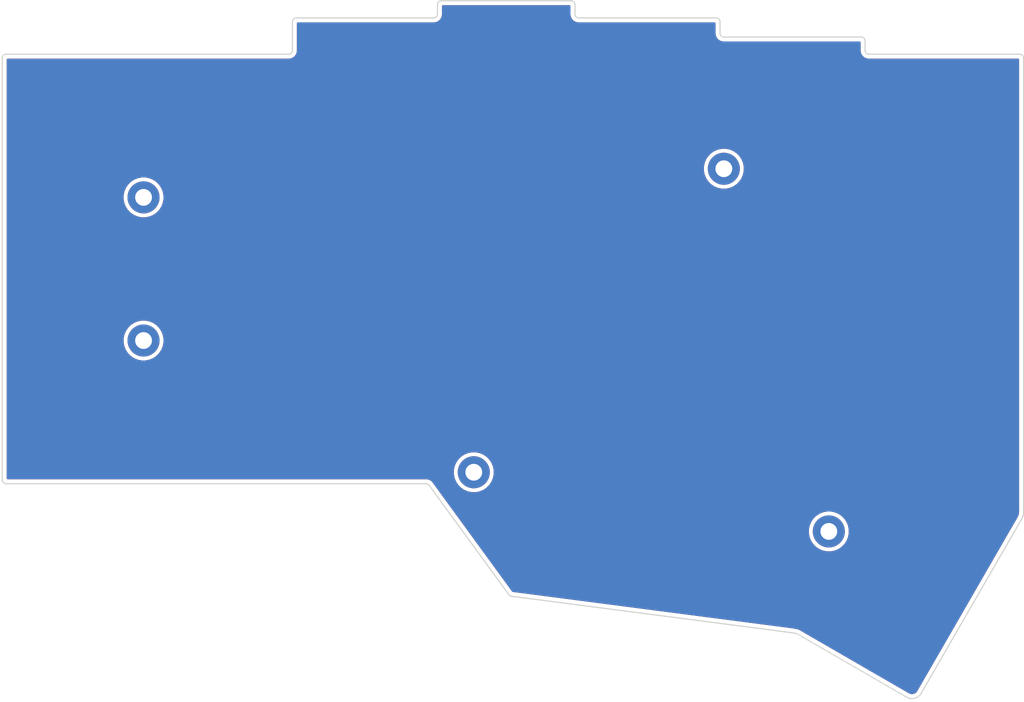
<source format=kicad_pcb>
(kicad_pcb (version 20171130) (host pcbnew "(5.1.5-0-10_14)")

  (general
    (thickness 1.6)
    (drawings 51)
    (tracks 0)
    (zones 0)
    (modules 7)
    (nets 1)
  )

  (page A4)
  (title_block
    (title "Corne Bottom Plate")
    (date 2018-11-15)
    (rev 2.1)
    (company foostan)
  )

  (layers
    (0 F.Cu signal)
    (31 B.Cu signal)
    (32 B.Adhes user)
    (33 F.Adhes user)
    (34 B.Paste user)
    (35 F.Paste user)
    (36 B.SilkS user)
    (37 F.SilkS user)
    (38 B.Mask user)
    (39 F.Mask user)
    (40 Dwgs.User user)
    (41 Cmts.User user)
    (42 Eco1.User user)
    (43 Eco2.User user)
    (44 Edge.Cuts user)
    (45 Margin user)
    (46 B.CrtYd user)
    (47 F.CrtYd user)
    (48 B.Fab user)
    (49 F.Fab user)
  )

  (setup
    (last_trace_width 0.25)
    (user_trace_width 0.2)
    (user_trace_width 0.5)
    (trace_clearance 0.2)
    (zone_clearance 0.508)
    (zone_45_only no)
    (trace_min 0.2)
    (via_size 0.6)
    (via_drill 0.4)
    (via_min_size 0.4)
    (via_min_drill 0.3)
    (uvia_size 0.3)
    (uvia_drill 0.1)
    (uvias_allowed no)
    (uvia_min_size 0.2)
    (uvia_min_drill 0.1)
    (edge_width 0.15)
    (segment_width 0.1)
    (pcb_text_width 0.3)
    (pcb_text_size 1.5 1.5)
    (mod_edge_width 0.15)
    (mod_text_size 1 1)
    (mod_text_width 0.15)
    (pad_size 4 4)
    (pad_drill 2.2)
    (pad_to_mask_clearance 0.2)
    (aux_axis_origin 194.75 68)
    (visible_elements FFFFFF7F)
    (pcbplotparams
      (layerselection 0x010f0_ffffffff)
      (usegerberextensions false)
      (usegerberattributes false)
      (usegerberadvancedattributes false)
      (creategerberjobfile false)
      (excludeedgelayer true)
      (linewidth 0.100000)
      (plotframeref false)
      (viasonmask false)
      (mode 1)
      (useauxorigin false)
      (hpglpennumber 1)
      (hpglpenspeed 20)
      (hpglpendiameter 15.000000)
      (psnegative false)
      (psa4output false)
      (plotreference true)
      (plotvalue true)
      (plotinvisibletext false)
      (padsonsilk false)
      (subtractmaskfromsilk false)
      (outputformat 1)
      (mirror false)
      (drillshape 0)
      (scaleselection 1)
      (outputdirectory "gerber/"))
  )

  (net 0 "")

  (net_class Default "これは標準のネット クラスです。"
    (clearance 0.2)
    (trace_width 0.25)
    (via_dia 0.6)
    (via_drill 0.4)
    (uvia_dia 0.3)
    (uvia_drill 0.1)
  )

  (module kbd:corne-horizontal (layer B.Cu) (tedit 0) (tstamp 5F540657)
    (at 127.44 96.53 180)
    (fp_text reference G*** (at 0 0) (layer B.SilkS) hide
      (effects (font (size 1.524 1.524) (thickness 0.3)) (justify mirror))
    )
    (fp_text value LOGO (at 0.75 0) (layer B.SilkS) hide
      (effects (font (size 1.524 1.524) (thickness 0.3)) (justify mirror))
    )
    (fp_poly (pts (xy -21.766749 6.826171) (xy -21.505334 6.778321) (xy -20.942627 6.590711) (xy -20.353537 6.302414)
      (xy -19.808894 5.951396) (xy -19.518846 5.713644) (xy -19.104085 5.332853) (xy -19.345251 5.08113)
      (xy -19.586416 4.829408) (xy -19.9978 5.214209) (xy -20.299966 5.456872) (xy -20.671921 5.700831)
      (xy -20.978425 5.866015) (xy -21.290113 6.000713) (xy -21.567904 6.08574) (xy -21.876025 6.13507)
      (xy -22.2787 6.162674) (xy -22.35765 6.166068) (xy -22.780568 6.170049) (xy -23.204081 6.151956)
      (xy -23.556186 6.115526) (xy -23.649881 6.099) (xy -24.424146 5.855401) (xy -25.122584 5.467737)
      (xy -25.739509 4.94607) (xy -26.269231 4.300462) (xy -26.706062 3.540972) (xy -27.044314 2.677663)
      (xy -27.278297 1.720595) (xy -27.402324 0.679829) (xy -27.410705 -0.434574) (xy -27.405325 -0.543084)
      (xy -27.283699 -1.647329) (xy -27.046496 -2.656586) (xy -26.697751 -3.559972) (xy -26.241498 -4.346606)
      (xy -25.792169 -4.894608) (xy -25.165876 -5.452618) (xy -24.498168 -5.854445) (xy -23.762989 -6.112541)
      (xy -22.987 -6.235235) (xy -22.164009 -6.219865) (xy -21.359643 -6.040939) (xy -20.589949 -5.704214)
      (xy -19.870976 -5.215448) (xy -19.675326 -5.047061) (xy -19.158927 -4.579746) (xy -18.702595 -5.056054)
      (xy -19.29216 -5.601901) (xy -19.628129 -5.886941) (xy -19.998871 -6.161069) (xy -20.337554 -6.375788)
      (xy -20.418363 -6.419076) (xy -21.166303 -6.711543) (xy -21.9919 -6.884114) (xy -22.847951 -6.931277)
      (xy -23.687253 -6.847519) (xy -23.833667 -6.817946) (xy -24.688151 -6.547985) (xy -25.462413 -6.135328)
      (xy -26.150949 -5.589237) (xy -26.748257 -4.918972) (xy -27.248831 -4.133796) (xy -27.647169 -3.24297)
      (xy -27.937767 -2.255756) (xy -28.11512 -1.181414) (xy -28.173726 -0.029206) (xy -28.162058 0.465666)
      (xy -28.06523 1.568195) (xy -27.874969 2.548213) (xy -27.584834 3.428487) (xy -27.188385 4.231787)
      (xy -27.019446 4.50491) (xy -26.437847 5.250942) (xy -25.754625 5.870459) (xy -24.984006 6.35306)
      (xy -24.140214 6.688346) (xy -23.968334 6.735683) (xy -23.473553 6.824673) (xy -22.896085 6.870207)
      (xy -22.304344 6.871101) (xy -21.766749 6.826171)) (layer B.Mask) (width 0.01))
    (fp_poly (pts (xy -10.497518 6.818595) (xy -9.702452 6.626129) (xy -8.976484 6.293693) (xy -8.293634 5.810498)
      (xy -7.872394 5.422332) (xy -7.254283 4.689976) (xy -6.758684 3.853773) (xy -6.383152 2.907878)
      (xy -6.125245 1.846446) (xy -6.006397 0.958869) (xy -5.963605 -0.28938) (xy -6.068197 -1.497345)
      (xy -6.31719 -2.647104) (xy -6.707601 -3.720731) (xy -6.828108 -3.977494) (xy -7.228382 -4.655068)
      (xy -7.72851 -5.287014) (xy -8.294462 -5.837731) (xy -8.892206 -6.271617) (xy -9.162046 -6.419046)
      (xy -10.011328 -6.740555) (xy -10.908344 -6.906354) (xy -11.827795 -6.913507) (xy -12.530667 -6.810028)
      (xy -13.208788 -6.611287) (xy -13.819358 -6.313738) (xy -14.402775 -5.894151) (xy -14.86367 -5.468527)
      (xy -15.293837 -5.005006) (xy -15.622176 -4.571424) (xy -15.891993 -4.11048) (xy -15.896284 -4.102156)
      (xy -16.306506 -3.138928) (xy -16.602802 -2.081708) (xy -16.778775 -0.967317) (xy -16.81633 -0.102049)
      (xy -16.071889 -0.102049) (xy -16.054333 -0.524061) (xy -15.93183 -1.632136) (xy -15.711412 -2.612472)
      (xy -15.387771 -3.479097) (xy -14.955601 -4.246039) (xy -14.409594 -4.927324) (xy -14.374178 -4.964656)
      (xy -13.73432 -5.519128) (xy -13.028267 -5.919119) (xy -12.264785 -6.161982) (xy -11.452641 -6.245073)
      (xy -10.600601 -6.165746) (xy -10.475824 -6.140935) (xy -9.717712 -5.895733) (xy -9.023934 -5.500485)
      (xy -8.403959 -4.965345) (xy -7.867261 -4.300468) (xy -7.423309 -3.516007) (xy -7.081577 -2.622116)
      (xy -7.030954 -2.44786) (xy -6.858559 -1.643067) (xy -6.754178 -0.752999) (xy -6.72339 0.150213)
      (xy -6.767586 0.956576) (xy -6.945971 2.074697) (xy -7.226596 3.059012) (xy -7.610655 3.911594)
      (xy -8.09934 4.634517) (xy -8.693846 5.229854) (xy -9.395364 5.699678) (xy -9.54005 5.77453)
      (xy -9.862437 5.930187) (xy -10.114542 6.033481) (xy -10.349994 6.09696) (xy -10.622422 6.133171)
      (xy -10.985455 6.154661) (xy -11.201272 6.163194) (xy -11.908444 6.15678) (xy -12.508147 6.071769)
      (xy -13.048407 5.896607) (xy -13.577252 5.619741) (xy -13.650164 5.574086) (xy -14.268762 5.082534)
      (xy -14.807958 4.455429) (xy -15.260865 3.710237) (xy -15.620599 2.864426) (xy -15.880271 1.935463)
      (xy -16.032997 0.940816) (xy -16.071889 -0.102049) (xy -16.81633 -0.102049) (xy -16.828026 0.167427)
      (xy -16.780418 0.986206) (xy -16.613352 2.102484) (xy -16.353481 3.087775) (xy -15.994364 3.956745)
      (xy -15.529565 4.724057) (xy -14.952643 5.404378) (xy -14.758073 5.59247) (xy -14.049914 6.145469)
      (xy -13.285632 6.541797) (xy -12.454891 6.785408) (xy -11.547358 6.880256) (xy -11.387667 6.881878)
      (xy -10.497518 6.818595)) (layer B.Mask) (width 0.01))
    (fp_poly (pts (xy -0.381 6.641597) (xy 0.432122 6.637648) (xy 1.099157 6.627084) (xy 1.643317 6.606657)
      (xy 2.087813 6.57312) (xy 2.455859 6.523223) (xy 2.770665 6.45372) (xy 3.055445 6.361363)
      (xy 3.333411 6.242902) (xy 3.627774 6.095091) (xy 3.664815 6.075486) (xy 4.170631 5.740988)
      (xy 4.56632 5.320461) (xy 4.887924 4.775152) (xy 4.902105 4.745197) (xy 4.995751 4.530893)
      (xy 5.058462 4.333726) (xy 5.096331 4.111414) (xy 5.115454 3.82168) (xy 5.121923 3.422245)
      (xy 5.122333 3.217333) (xy 5.11941 2.762174) (xy 5.106463 2.43372) (xy 5.077228 2.189383)
      (xy 5.02544 1.986578) (xy 4.944834 1.782716) (xy 4.895421 1.67487) (xy 4.51035 1.047408)
      (xy 3.998655 0.519151) (xy 3.380616 0.105084) (xy 2.676512 -0.179805) (xy 2.253905 -0.277039)
      (xy 1.945799 -0.338586) (xy 1.780002 -0.397837) (xy 1.730041 -0.466135) (xy 1.736615 -0.498669)
      (xy 1.789142 -0.596486) (xy 1.919096 -0.82361) (xy 2.117052 -1.163985) (xy 2.373587 -1.601557)
      (xy 2.679276 -2.120268) (xy 3.024694 -2.704063) (xy 3.400416 -3.336887) (xy 3.559256 -3.603802)
      (xy 3.942406 -4.248458) (xy 4.297148 -4.847699) (xy 4.614381 -5.385976) (xy 4.885005 -5.847738)
      (xy 5.09992 -6.217435) (xy 5.250026 -6.479518) (xy 5.326224 -6.618438) (xy 5.334 -6.636391)
      (xy 5.258046 -6.666389) (xy 5.064825 -6.683996) (xy 4.931833 -6.686104) (xy 4.529666 -6.68354)
      (xy 2.667 -3.556) (xy 0.804333 -0.42846) (xy -2.116667 -0.423334) (xy -2.116667 -6.688667)
      (xy -2.879693 -6.688667) (xy -2.858013 -0.021167) (xy -2.838399 6.011333) (xy -2.116667 6.011333)
      (xy -2.116667 0.146084) (xy -0.232834 0.19256) (xy 0.529155 0.216323) (xy 1.137493 0.246759)
      (xy 1.607775 0.285051) (xy 1.955596 0.332385) (xy 2.139255 0.372812) (xy 2.83722 0.620726)
      (xy 3.395788 0.948936) (xy 3.830492 1.369395) (xy 4.156862 1.894054) (xy 4.179737 1.943032)
      (xy 4.299428 2.337315) (xy 4.362381 2.831726) (xy 4.368939 3.366973) (xy 4.319443 3.883761)
      (xy 4.214236 4.322797) (xy 4.165293 4.445) (xy 3.94745 4.842118) (xy 3.682599 5.170521)
      (xy 3.35485 5.435727) (xy 2.948311 5.643254) (xy 2.44709 5.79862) (xy 1.835295 5.90734)
      (xy 1.097035 5.974934) (xy 0.216418 6.006919) (xy -0.346115 6.011333) (xy -2.116667 6.011333)
      (xy -2.838399 6.011333) (xy -2.836334 6.646333) (xy -0.381 6.641597)) (layer B.Mask) (width 0.01))
    (fp_poly (pts (xy 11.585908 1.926166) (xy 12.108514 1.060961) (xy 12.626651 0.201844) (xy 13.130052 -0.634076)
      (xy 13.608449 -1.429695) (xy 14.051575 -2.167905) (xy 14.449163 -2.8316) (xy 14.790944 -3.403674)
      (xy 15.066652 -3.867021) (xy 15.266019 -4.204533) (xy 15.282901 -4.233334) (xy 15.537891 -4.668312)
      (xy 15.761911 -5.049531) (xy 15.941586 -5.354303) (xy 16.063538 -5.559942) (xy 16.11439 -5.64376)
      (xy 16.11496 -5.644498) (xy 16.116897 -5.564393) (xy 16.118057 -5.32819) (xy 16.118466 -4.949123)
      (xy 16.118149 -4.440425) (xy 16.117134 -3.815331) (xy 16.115446 -3.087073) (xy 16.113112 -2.268885)
      (xy 16.110157 -1.374002) (xy 16.106607 -0.415656) (xy 16.10282 0.515002) (xy 16.076641 6.688666)
      (xy 16.764 6.688666) (xy 16.764 -6.688667) (xy 16.361833 -6.685026) (xy 15.959666 -6.681386)
      (xy 13.462 -2.525977) (xy 12.958434 -1.687477) (xy 12.445718 -0.832423) (xy 11.937017 0.017144)
      (xy 11.445495 0.839185) (xy 10.984317 1.611661) (xy 10.566649 2.312531) (xy 10.205656 2.919755)
      (xy 9.914502 3.411295) (xy 9.835487 3.545216) (xy 9.530874 4.060837) (xy 9.253115 4.528448)
      (xy 9.014142 4.928164) (xy 8.825888 5.240102) (xy 8.700287 5.444378) (xy 8.650154 5.520316)
      (xy 8.641266 5.447728) (xy 8.633475 5.218954) (xy 8.626851 4.847142) (xy 8.621462 4.345436)
      (xy 8.617376 3.726983) (xy 8.614662 3.004927) (xy 8.613389 2.192414) (xy 8.613624 1.30259)
      (xy 8.615438 0.348601) (xy 8.618477 -0.554517) (xy 8.643288 -6.688667) (xy 7.958666 -6.688667)
      (xy 7.958666 6.688666) (xy 8.706935 6.688666) (xy 11.585908 1.926166)) (layer B.Mask) (width 0.01))
    (fp_poly (pts (xy 27.94 6.011333) (xy 21.420666 6.011333) (xy 21.420666 0.762) (xy 26.934221 0.762)
      (xy 26.907944 0.4445) (xy 26.881666 0.127) (xy 24.151166 0.10466) (xy 21.420666 0.082321)
      (xy 21.420666 -6.011334) (xy 28.109333 -6.011334) (xy 28.109333 -6.688667) (xy 20.743333 -6.688667)
      (xy 20.743333 6.688666) (xy 27.94 6.688666) (xy 27.94 6.011333)) (layer B.Mask) (width 0.01))
  )

  (module kbd:corne-horizontal (layer F.Cu) (tedit 0) (tstamp 5F54064E)
    (at 127.52 96.53)
    (fp_text reference G*** (at 0 0) (layer F.SilkS) hide
      (effects (font (size 1.524 1.524) (thickness 0.3)))
    )
    (fp_text value LOGO (at 0.75 0) (layer F.SilkS) hide
      (effects (font (size 1.524 1.524) (thickness 0.3)))
    )
    (fp_poly (pts (xy 27.94 -6.011333) (xy 21.420666 -6.011333) (xy 21.420666 -0.762) (xy 26.934221 -0.762)
      (xy 26.907944 -0.4445) (xy 26.881666 -0.127) (xy 24.151166 -0.10466) (xy 21.420666 -0.082321)
      (xy 21.420666 6.011334) (xy 28.109333 6.011334) (xy 28.109333 6.688667) (xy 20.743333 6.688667)
      (xy 20.743333 -6.688666) (xy 27.94 -6.688666) (xy 27.94 -6.011333)) (layer F.Mask) (width 0.01))
    (fp_poly (pts (xy 11.585908 -1.926166) (xy 12.108514 -1.060961) (xy 12.626651 -0.201844) (xy 13.130052 0.634076)
      (xy 13.608449 1.429695) (xy 14.051575 2.167905) (xy 14.449163 2.8316) (xy 14.790944 3.403674)
      (xy 15.066652 3.867021) (xy 15.266019 4.204533) (xy 15.282901 4.233334) (xy 15.537891 4.668312)
      (xy 15.761911 5.049531) (xy 15.941586 5.354303) (xy 16.063538 5.559942) (xy 16.11439 5.64376)
      (xy 16.11496 5.644498) (xy 16.116897 5.564393) (xy 16.118057 5.32819) (xy 16.118466 4.949123)
      (xy 16.118149 4.440425) (xy 16.117134 3.815331) (xy 16.115446 3.087073) (xy 16.113112 2.268885)
      (xy 16.110157 1.374002) (xy 16.106607 0.415656) (xy 16.10282 -0.515002) (xy 16.076641 -6.688666)
      (xy 16.764 -6.688666) (xy 16.764 6.688667) (xy 16.361833 6.685026) (xy 15.959666 6.681386)
      (xy 13.462 2.525977) (xy 12.958434 1.687477) (xy 12.445718 0.832423) (xy 11.937017 -0.017144)
      (xy 11.445495 -0.839185) (xy 10.984317 -1.611661) (xy 10.566649 -2.312531) (xy 10.205656 -2.919755)
      (xy 9.914502 -3.411295) (xy 9.835487 -3.545216) (xy 9.530874 -4.060837) (xy 9.253115 -4.528448)
      (xy 9.014142 -4.928164) (xy 8.825888 -5.240102) (xy 8.700287 -5.444378) (xy 8.650154 -5.520316)
      (xy 8.641266 -5.447728) (xy 8.633475 -5.218954) (xy 8.626851 -4.847142) (xy 8.621462 -4.345436)
      (xy 8.617376 -3.726983) (xy 8.614662 -3.004927) (xy 8.613389 -2.192414) (xy 8.613624 -1.30259)
      (xy 8.615438 -0.348601) (xy 8.618477 0.554517) (xy 8.643288 6.688667) (xy 7.958666 6.688667)
      (xy 7.958666 -6.688666) (xy 8.706935 -6.688666) (xy 11.585908 -1.926166)) (layer F.Mask) (width 0.01))
    (fp_poly (pts (xy -0.381 -6.641597) (xy 0.432122 -6.637648) (xy 1.099157 -6.627084) (xy 1.643317 -6.606657)
      (xy 2.087813 -6.57312) (xy 2.455859 -6.523223) (xy 2.770665 -6.45372) (xy 3.055445 -6.361363)
      (xy 3.333411 -6.242902) (xy 3.627774 -6.095091) (xy 3.664815 -6.075486) (xy 4.170631 -5.740988)
      (xy 4.56632 -5.320461) (xy 4.887924 -4.775152) (xy 4.902105 -4.745197) (xy 4.995751 -4.530893)
      (xy 5.058462 -4.333726) (xy 5.096331 -4.111414) (xy 5.115454 -3.82168) (xy 5.121923 -3.422245)
      (xy 5.122333 -3.217333) (xy 5.11941 -2.762174) (xy 5.106463 -2.43372) (xy 5.077228 -2.189383)
      (xy 5.02544 -1.986578) (xy 4.944834 -1.782716) (xy 4.895421 -1.67487) (xy 4.51035 -1.047408)
      (xy 3.998655 -0.519151) (xy 3.380616 -0.105084) (xy 2.676512 0.179805) (xy 2.253905 0.277039)
      (xy 1.945799 0.338586) (xy 1.780002 0.397837) (xy 1.730041 0.466135) (xy 1.736615 0.498669)
      (xy 1.789142 0.596486) (xy 1.919096 0.82361) (xy 2.117052 1.163985) (xy 2.373587 1.601557)
      (xy 2.679276 2.120268) (xy 3.024694 2.704063) (xy 3.400416 3.336887) (xy 3.559256 3.603802)
      (xy 3.942406 4.248458) (xy 4.297148 4.847699) (xy 4.614381 5.385976) (xy 4.885005 5.847738)
      (xy 5.09992 6.217435) (xy 5.250026 6.479518) (xy 5.326224 6.618438) (xy 5.334 6.636391)
      (xy 5.258046 6.666389) (xy 5.064825 6.683996) (xy 4.931833 6.686104) (xy 4.529666 6.68354)
      (xy 2.667 3.556) (xy 0.804333 0.42846) (xy -2.116667 0.423334) (xy -2.116667 6.688667)
      (xy -2.879693 6.688667) (xy -2.858013 0.021167) (xy -2.838399 -6.011333) (xy -2.116667 -6.011333)
      (xy -2.116667 -0.146084) (xy -0.232834 -0.19256) (xy 0.529155 -0.216323) (xy 1.137493 -0.246759)
      (xy 1.607775 -0.285051) (xy 1.955596 -0.332385) (xy 2.139255 -0.372812) (xy 2.83722 -0.620726)
      (xy 3.395788 -0.948936) (xy 3.830492 -1.369395) (xy 4.156862 -1.894054) (xy 4.179737 -1.943032)
      (xy 4.299428 -2.337315) (xy 4.362381 -2.831726) (xy 4.368939 -3.366973) (xy 4.319443 -3.883761)
      (xy 4.214236 -4.322797) (xy 4.165293 -4.445) (xy 3.94745 -4.842118) (xy 3.682599 -5.170521)
      (xy 3.35485 -5.435727) (xy 2.948311 -5.643254) (xy 2.44709 -5.79862) (xy 1.835295 -5.90734)
      (xy 1.097035 -5.974934) (xy 0.216418 -6.006919) (xy -0.346115 -6.011333) (xy -2.116667 -6.011333)
      (xy -2.838399 -6.011333) (xy -2.836334 -6.646333) (xy -0.381 -6.641597)) (layer F.Mask) (width 0.01))
    (fp_poly (pts (xy -10.497518 -6.818595) (xy -9.702452 -6.626129) (xy -8.976484 -6.293693) (xy -8.293634 -5.810498)
      (xy -7.872394 -5.422332) (xy -7.254283 -4.689976) (xy -6.758684 -3.853773) (xy -6.383152 -2.907878)
      (xy -6.125245 -1.846446) (xy -6.006397 -0.958869) (xy -5.963605 0.28938) (xy -6.068197 1.497345)
      (xy -6.31719 2.647104) (xy -6.707601 3.720731) (xy -6.828108 3.977494) (xy -7.228382 4.655068)
      (xy -7.72851 5.287014) (xy -8.294462 5.837731) (xy -8.892206 6.271617) (xy -9.162046 6.419046)
      (xy -10.011328 6.740555) (xy -10.908344 6.906354) (xy -11.827795 6.913507) (xy -12.530667 6.810028)
      (xy -13.208788 6.611287) (xy -13.819358 6.313738) (xy -14.402775 5.894151) (xy -14.86367 5.468527)
      (xy -15.293837 5.005006) (xy -15.622176 4.571424) (xy -15.891993 4.11048) (xy -15.896284 4.102156)
      (xy -16.306506 3.138928) (xy -16.602802 2.081708) (xy -16.778775 0.967317) (xy -16.81633 0.102049)
      (xy -16.071889 0.102049) (xy -16.054333 0.524061) (xy -15.93183 1.632136) (xy -15.711412 2.612472)
      (xy -15.387771 3.479097) (xy -14.955601 4.246039) (xy -14.409594 4.927324) (xy -14.374178 4.964656)
      (xy -13.73432 5.519128) (xy -13.028267 5.919119) (xy -12.264785 6.161982) (xy -11.452641 6.245073)
      (xy -10.600601 6.165746) (xy -10.475824 6.140935) (xy -9.717712 5.895733) (xy -9.023934 5.500485)
      (xy -8.403959 4.965345) (xy -7.867261 4.300468) (xy -7.423309 3.516007) (xy -7.081577 2.622116)
      (xy -7.030954 2.44786) (xy -6.858559 1.643067) (xy -6.754178 0.752999) (xy -6.72339 -0.150213)
      (xy -6.767586 -0.956576) (xy -6.945971 -2.074697) (xy -7.226596 -3.059012) (xy -7.610655 -3.911594)
      (xy -8.09934 -4.634517) (xy -8.693846 -5.229854) (xy -9.395364 -5.699678) (xy -9.54005 -5.77453)
      (xy -9.862437 -5.930187) (xy -10.114542 -6.033481) (xy -10.349994 -6.09696) (xy -10.622422 -6.133171)
      (xy -10.985455 -6.154661) (xy -11.201272 -6.163194) (xy -11.908444 -6.15678) (xy -12.508147 -6.071769)
      (xy -13.048407 -5.896607) (xy -13.577252 -5.619741) (xy -13.650164 -5.574086) (xy -14.268762 -5.082534)
      (xy -14.807958 -4.455429) (xy -15.260865 -3.710237) (xy -15.620599 -2.864426) (xy -15.880271 -1.935463)
      (xy -16.032997 -0.940816) (xy -16.071889 0.102049) (xy -16.81633 0.102049) (xy -16.828026 -0.167427)
      (xy -16.780418 -0.986206) (xy -16.613352 -2.102484) (xy -16.353481 -3.087775) (xy -15.994364 -3.956745)
      (xy -15.529565 -4.724057) (xy -14.952643 -5.404378) (xy -14.758073 -5.59247) (xy -14.049914 -6.145469)
      (xy -13.285632 -6.541797) (xy -12.454891 -6.785408) (xy -11.547358 -6.880256) (xy -11.387667 -6.881878)
      (xy -10.497518 -6.818595)) (layer F.Mask) (width 0.01))
    (fp_poly (pts (xy -21.766749 -6.826171) (xy -21.505334 -6.778321) (xy -20.942627 -6.590711) (xy -20.353537 -6.302414)
      (xy -19.808894 -5.951396) (xy -19.518846 -5.713644) (xy -19.104085 -5.332853) (xy -19.345251 -5.08113)
      (xy -19.586416 -4.829408) (xy -19.9978 -5.214209) (xy -20.299966 -5.456872) (xy -20.671921 -5.700831)
      (xy -20.978425 -5.866015) (xy -21.290113 -6.000713) (xy -21.567904 -6.08574) (xy -21.876025 -6.13507)
      (xy -22.2787 -6.162674) (xy -22.35765 -6.166068) (xy -22.780568 -6.170049) (xy -23.204081 -6.151956)
      (xy -23.556186 -6.115526) (xy -23.649881 -6.099) (xy -24.424146 -5.855401) (xy -25.122584 -5.467737)
      (xy -25.739509 -4.94607) (xy -26.269231 -4.300462) (xy -26.706062 -3.540972) (xy -27.044314 -2.677663)
      (xy -27.278297 -1.720595) (xy -27.402324 -0.679829) (xy -27.410705 0.434574) (xy -27.405325 0.543084)
      (xy -27.283699 1.647329) (xy -27.046496 2.656586) (xy -26.697751 3.559972) (xy -26.241498 4.346606)
      (xy -25.792169 4.894608) (xy -25.165876 5.452618) (xy -24.498168 5.854445) (xy -23.762989 6.112541)
      (xy -22.987 6.235235) (xy -22.164009 6.219865) (xy -21.359643 6.040939) (xy -20.589949 5.704214)
      (xy -19.870976 5.215448) (xy -19.675326 5.047061) (xy -19.158927 4.579746) (xy -18.702595 5.056054)
      (xy -19.29216 5.601901) (xy -19.628129 5.886941) (xy -19.998871 6.161069) (xy -20.337554 6.375788)
      (xy -20.418363 6.419076) (xy -21.166303 6.711543) (xy -21.9919 6.884114) (xy -22.847951 6.931277)
      (xy -23.687253 6.847519) (xy -23.833667 6.817946) (xy -24.688151 6.547985) (xy -25.462413 6.135328)
      (xy -26.150949 5.589237) (xy -26.748257 4.918972) (xy -27.248831 4.133796) (xy -27.647169 3.24297)
      (xy -27.937767 2.255756) (xy -28.11512 1.181414) (xy -28.173726 0.029206) (xy -28.162058 -0.465666)
      (xy -28.06523 -1.568195) (xy -27.874969 -2.548213) (xy -27.584834 -3.428487) (xy -27.188385 -4.231787)
      (xy -27.019446 -4.50491) (xy -26.437847 -5.250942) (xy -25.754625 -5.870459) (xy -24.984006 -6.35306)
      (xy -24.140214 -6.688346) (xy -23.968334 -6.735683) (xy -23.473553 -6.824673) (xy -22.896085 -6.870207)
      (xy -22.304344 -6.871101) (xy -21.766749 -6.826171)) (layer F.Mask) (width 0.01))
  )

  (module kbd:M2_Hole_TH (layer F.Cu) (tedit 5F1B8F36) (tstamp 5AAA5A9F)
    (at 79.5 105.5)
    (fp_text reference "" (at 0 -3.2) (layer F.SilkS)
      (effects (font (size 1 1) (thickness 0.15)))
    )
    (fp_text value "" (at 0 3.2) (layer F.Fab)
      (effects (font (size 1 1) (thickness 0.15)))
    )
    (fp_text user %R (at 0.3 0) (layer F.Fab)
      (effects (font (size 1 1) (thickness 0.15)))
    )
    (pad "" thru_hole circle (at 0 0) (size 4.2 4.2) (drill 2.2) (layers *.Cu *.Mask))
  )

  (module kbd:M2_Hole_TH (layer F.Cu) (tedit 5F1B8F36) (tstamp 5AAA5A7C)
    (at 79.5 86.75)
    (fp_text reference "" (at 0 -3.2) (layer F.SilkS)
      (effects (font (size 1 1) (thickness 0.15)))
    )
    (fp_text value "" (at 0 3.2) (layer F.Fab)
      (effects (font (size 1 1) (thickness 0.15)))
    )
    (fp_text user %R (at 0.3 0) (layer F.Fab)
      (effects (font (size 1 1) (thickness 0.15)))
    )
    (pad "" thru_hole circle (at 0 0) (size 4.2 4.2) (drill 2.2) (layers *.Cu *.Mask))
  )

  (module kbd:M2_Hole_TH (layer F.Cu) (tedit 5F1B8F36) (tstamp 5AAA7C39)
    (at 155.5 83)
    (fp_text reference "" (at 0 -3.2) (layer F.SilkS)
      (effects (font (size 1 1) (thickness 0.15)))
    )
    (fp_text value "" (at 0 3.2) (layer F.Fab)
      (effects (font (size 1 1) (thickness 0.15)))
    )
    (fp_text user %R (at 0.3 0) (layer F.Fab)
      (effects (font (size 1 1) (thickness 0.15)))
    )
    (pad "" thru_hole circle (at 0 0) (size 4.2 4.2) (drill 2.2) (layers *.Cu *.Mask))
  )

  (module kbd:M2_Hole_TH (layer F.Cu) (tedit 5F1B8F36) (tstamp 5AAA7C4A)
    (at 122.75 122.75)
    (fp_text reference "" (at 0 -3.2) (layer F.SilkS)
      (effects (font (size 1 1) (thickness 0.15)))
    )
    (fp_text value "" (at 0 3.2) (layer F.Fab)
      (effects (font (size 1 1) (thickness 0.15)))
    )
    (fp_text user %R (at 0.3 0) (layer F.Fab)
      (effects (font (size 1 1) (thickness 0.15)))
    )
    (pad "" thru_hole circle (at 0 0) (size 4.2 4.2) (drill 2.2) (layers *.Cu *.Mask))
  )

  (module kbd:M2_Hole_TH (layer F.Cu) (tedit 5F1B8F36) (tstamp 5AAA7D53)
    (at 169.25 130.5)
    (fp_text reference "" (at 0 -3.2) (layer F.SilkS)
      (effects (font (size 1 1) (thickness 0.15)))
    )
    (fp_text value "" (at 0 3.2) (layer F.Fab)
      (effects (font (size 1 1) (thickness 0.15)))
    )
    (fp_text user %R (at 0.3 0) (layer F.Fab)
      (effects (font (size 1 1) (thickness 0.15)))
    )
    (pad "" thru_hole circle (at 0 0) (size 4.2 4.2) (drill 2.2) (layers *.Cu *.Mask))
  )

  (gr_line (start 169.25 128.05) (end 169.25 132.950063) (layer F.Fab) (width 0.1) (tstamp 5B88C1AA))
  (gr_line (start 166.8 130.5) (end 171.7 130.5) (layer F.Fab) (width 0.1) (tstamp 5B88C1A9))
  (gr_line (start 122.75 120.3) (end 122.75 125.200063) (layer F.Fab) (width 0.1) (tstamp 5B88C1A6))
  (gr_line (start 120.3 122.75) (end 125.2 122.75) (layer F.Fab) (width 0.1) (tstamp 5B88C1A5))
  (gr_line (start 79.5 103.05) (end 79.5 107.950063) (layer F.Fab) (width 0.1) (tstamp 5B88C19E))
  (gr_line (start 77.05 105.5) (end 81.95 105.5) (layer F.Fab) (width 0.1) (tstamp 5B88C19D))
  (gr_line (start 79.5 84.3) (end 79.5 89.200063) (layer F.Fab) (width 0.1) (tstamp 5B88C19A))
  (gr_line (start 77.05 86.75) (end 81.95 86.75) (layer F.Fab) (width 0.1) (tstamp 5B88C199))
  (gr_line (start 153.05 83) (end 157.95 83) (layer F.Fab) (width 0.1))
  (gr_line (start 155.5 80.55) (end 155.5 85.450063) (layer F.Fab) (width 0.1))
  (gr_arc (start 193.047765 127.997697) (end 194.522764 128.847696) (angle -30.71750663) (layer Edge.Cuts) (width 0.15))
  (gr_arc (start 180.14425 151.010957) (end 179.369251 152.160956) (angle -90.22347501) (layer Edge.Cuts) (width 0.15))
  (gr_arc (start 164.087404 147.16844) (end 165.075 143.9) (angle -11.21335546) (layer Edge.Cuts) (width 0.15))
  (gr_line (start 181.297263 151.781465) (end 194.525 128.85) (layer Edge.Cuts) (width 0.15))
  (gr_line (start 165.075 143.9) (end 179.369251 152.160956) (layer Edge.Cuts) (width 0.15))
  (gr_line (start 127.75 139) (end 164.420556 143.770344) (layer Edge.Cuts) (width 0.15))
  (gr_arc (start 127.75 138.5) (end 127.75 139) (angle 45) (layer Edge.Cuts) (width 0.15))
  (gr_line (start 116.853553 124.396447) (end 127.396447 138.853553) (angle 90) (layer Edge.Cuts) (width 0.15))
  (gr_line (start 169.26 130.5) (end 169.25 130.5) (angle 90) (layer Eco2.User) (width 2.5) (tstamp 5AAFF2CD))
  (gr_line (start 122.76 122.75) (end 122.75 122.75) (angle 90) (layer Eco2.User) (width 2.5) (tstamp 5AAFF292))
  (gr_line (start 155.51 83) (end 155.5 83) (angle 90) (layer Eco2.User) (width 2.5) (tstamp 5AAFF245))
  (gr_line (start 79.5 105.5) (end 79.51 105.5) (angle 90) (layer Eco2.User) (width 2.5) (tstamp 5AAFF0EB))
  (gr_line (start 79.5 86.75) (end 79.51 86.75) (angle 90) (layer Eco2.User) (width 2.5))
  (gr_line (start 174 66.25) (end 174 67.5) (angle 90) (layer Edge.Cuts) (width 0.15))
  (gr_arc (start 173.5 66.25) (end 173.5 65.75) (angle 90) (layer Edge.Cuts) (width 0.15))
  (gr_arc (start 174.5 67.5) (end 174.5 68) (angle 90) (layer Edge.Cuts) (width 0.15))
  (gr_line (start 194.25 68) (end 174.5 68) (angle 90) (layer Edge.Cuts) (width 0.15))
  (gr_arc (start 116.5 124.75) (end 116.5 124.25) (angle 45) (layer Edge.Cuts) (width 0.15))
  (gr_arc (start 61.5 123.75) (end 61.5 124.25) (angle 90) (layer Edge.Cuts) (width 0.15) (tstamp 5B896E1E))
  (gr_arc (start 61.5 68.5) (end 61 68.5) (angle 90) (layer Edge.Cuts) (width 0.15))
  (gr_arc (start 98.5 67.5) (end 99 67.5) (angle 90) (layer Edge.Cuts) (width 0.15))
  (gr_arc (start 99.5 63.75) (end 99 63.75) (angle 90) (layer Edge.Cuts) (width 0.15))
  (gr_arc (start 117.5 62.75) (end 118 62.75) (angle 90) (layer Edge.Cuts) (width 0.15))
  (gr_arc (start 118.5 61.5) (end 118 61.5) (angle 90) (layer Edge.Cuts) (width 0.15))
  (gr_arc (start 135.5 61.5) (end 135.5 61) (angle 90) (layer Edge.Cuts) (width 0.15))
  (gr_arc (start 136.5 62.75) (end 136.5 63.25) (angle 90) (layer Edge.Cuts) (width 0.15))
  (gr_arc (start 154.5 63.75) (end 154.5 63.25) (angle 90) (layer Edge.Cuts) (width 0.15))
  (gr_arc (start 155.5 65.25) (end 155.5 65.75) (angle 90) (layer Edge.Cuts) (width 0.15))
  (gr_arc (start 194.25 68.5) (end 194.25 68) (angle 90) (layer Edge.Cuts) (width 0.15))
  (gr_line (start 194.75 68.5) (end 194.75 127.975) (angle 90) (layer Edge.Cuts) (width 0.15))
  (gr_line (start 116.5 124.25) (end 61.499995 124.25) (angle 90) (layer Edge.Cuts) (width 0.15))
  (gr_line (start 61 68.5) (end 61 123.75) (angle 90) (layer Edge.Cuts) (width 0.15))
  (gr_line (start 98.5 68) (end 61.5 68) (angle 90) (layer Edge.Cuts) (width 0.15))
  (gr_line (start 99 63.75) (end 99 67.5) (angle 90) (layer Edge.Cuts) (width 0.15))
  (gr_line (start 117.5 63.25) (end 99.5 63.25) (angle 90) (layer Edge.Cuts) (width 0.15))
  (gr_line (start 118 61.5) (end 118 62.75) (angle 90) (layer Edge.Cuts) (width 0.15))
  (gr_line (start 135.5 61) (end 118.5 61) (angle 90) (layer Edge.Cuts) (width 0.15))
  (gr_line (start 136 62.75) (end 136 61.5) (angle 90) (layer Edge.Cuts) (width 0.15))
  (gr_line (start 154.5 63.25) (end 136.5 63.25) (angle 90) (layer Edge.Cuts) (width 0.15))
  (gr_line (start 155 65.25) (end 155 63.75) (angle 90) (layer Edge.Cuts) (width 0.15))
  (gr_line (start 173.5 65.75) (end 155.5 65.75) (angle 90) (layer Edge.Cuts) (width 0.15))

  (zone (net 0) (net_name "") (layer F.Cu) (tstamp 5F37FC3D) (hatch edge 0.508)
    (connect_pads (clearance 0.508))
    (min_thickness 0.254)
    (fill yes (arc_segments 16) (thermal_gap 0.508) (thermal_bridge_width 0.508))
    (polygon
      (pts
        (xy 194.7 67.9) (xy 174 67.9) (xy 174 65.7) (xy 155 65.7) (xy 155 63.2)
        (xy 136 63.2) (xy 136 60.9) (xy 118 60.9) (xy 118 63.2) (xy 98.8 63.2)
        (xy 98.9 67.9) (xy 60.7 68) (xy 60.9 124.7) (xy 116.6 124.2) (xy 127.4 139.1)
        (xy 165.05 143.9) (xy 180.75 152.775) (xy 194.8 128.1) (xy 194.8 67.9)
      )
    )
    (filled_polygon
      (pts
        (xy 135.29 62.784876) (xy 135.292955 62.814876) (xy 135.292934 62.817839) (xy 135.293901 62.827705) (xy 135.298941 62.87566)
        (xy 135.300273 62.889183) (xy 135.30041 62.889634) (xy 135.304101 62.924754) (xy 135.317045 62.987811) (xy 135.329099 63.051001)
        (xy 135.331964 63.060491) (xy 135.36082 63.15371) (xy 135.385752 63.213021) (xy 135.409865 63.272702) (xy 135.414519 63.281454)
        (xy 135.460932 63.367292) (xy 135.496898 63.420612) (xy 135.532152 63.474486) (xy 135.538417 63.482168) (xy 135.600619 63.557357)
        (xy 135.646269 63.602689) (xy 135.691299 63.648673) (xy 135.698938 63.654992) (xy 135.774559 63.716668) (xy 135.828147 63.752272)
        (xy 135.881262 63.788641) (xy 135.889983 63.793356) (xy 135.976144 63.839168) (xy 136.035612 63.863679) (xy 136.09478 63.889038)
        (xy 136.104249 63.891969) (xy 136.197667 63.920174) (xy 136.260787 63.932672) (xy 136.323743 63.946054) (xy 136.333602 63.94709)
        (xy 136.430719 63.956612) (xy 136.430723 63.956612) (xy 136.465123 63.96) (xy 154.290001 63.96) (xy 154.29 65.284876)
        (xy 154.292955 65.314876) (xy 154.292934 65.317839) (xy 154.293901 65.327705) (xy 154.298941 65.37566) (xy 154.300273 65.389183)
        (xy 154.30041 65.389634) (xy 154.304101 65.424754) (xy 154.317045 65.487811) (xy 154.329099 65.551001) (xy 154.331964 65.560491)
        (xy 154.36082 65.65371) (xy 154.385752 65.713021) (xy 154.409865 65.772702) (xy 154.414519 65.781454) (xy 154.460932 65.867292)
        (xy 154.496898 65.920612) (xy 154.532152 65.974486) (xy 154.538417 65.982168) (xy 154.600619 66.057357) (xy 154.646269 66.102689)
        (xy 154.691299 66.148673) (xy 154.698938 66.154992) (xy 154.774559 66.216668) (xy 154.828147 66.252272) (xy 154.881262 66.288641)
        (xy 154.889983 66.293356) (xy 154.976144 66.339168) (xy 155.035612 66.363679) (xy 155.09478 66.389038) (xy 155.104249 66.391969)
        (xy 155.197667 66.420174) (xy 155.260787 66.432672) (xy 155.323743 66.446054) (xy 155.333602 66.44709) (xy 155.430719 66.456612)
        (xy 155.430723 66.456612) (xy 155.465123 66.46) (xy 173.29 66.46) (xy 173.290001 67.534877) (xy 173.292955 67.564868)
        (xy 173.292934 67.567839) (xy 173.293901 67.577705) (xy 173.298955 67.625796) (xy 173.300274 67.639184) (xy 173.300409 67.639631)
        (xy 173.304101 67.674754) (xy 173.317045 67.737811) (xy 173.329099 67.801001) (xy 173.331964 67.810491) (xy 173.36082 67.90371)
        (xy 173.385752 67.963021) (xy 173.409865 68.022702) (xy 173.414519 68.031454) (xy 173.460932 68.117292) (xy 173.496898 68.170612)
        (xy 173.532152 68.224486) (xy 173.538417 68.232168) (xy 173.600619 68.307357) (xy 173.646269 68.352689) (xy 173.691299 68.398673)
        (xy 173.698938 68.404992) (xy 173.774559 68.466668) (xy 173.828147 68.502272) (xy 173.881262 68.538641) (xy 173.889983 68.543356)
        (xy 173.976144 68.589168) (xy 174.035612 68.613679) (xy 174.09478 68.639038) (xy 174.104249 68.641969) (xy 174.197667 68.670174)
        (xy 174.260787 68.682672) (xy 174.323743 68.696054) (xy 174.333602 68.69709) (xy 174.430719 68.706612) (xy 174.430723 68.706612)
        (xy 174.465123 68.71) (xy 194.04 68.71) (xy 194.040001 127.945012) (xy 194.020387 128.176837) (xy 193.96458 128.371)
        (xy 193.88351 128.53874) (xy 193.88108 128.545347) (xy 180.71134 151.376271) (xy 180.620779 151.486705) (xy 180.519299 151.570201)
        (xy 180.403527 151.6324) (xy 180.277885 151.670925) (xy 180.14715 151.684313) (xy 180.016312 151.672053) (xy 179.890338 151.634611)
        (xy 179.74629 151.558814) (xy 165.400066 143.267823) (xy 165.304615 143.224525) (xy 165.168424 143.192709) (xy 165.156734 143.192321)
        (xy 164.569638 143.076079) (xy 164.546731 143.070775) (xy 127.871366 138.299807) (xy 121.986889 130.230626) (xy 166.515 130.230626)
        (xy 166.515 130.769374) (xy 166.620105 131.29777) (xy 166.826275 131.795508) (xy 167.125587 132.243461) (xy 167.506539 132.624413)
        (xy 167.954492 132.923725) (xy 168.45223 133.129895) (xy 168.980626 133.235) (xy 169.519374 133.235) (xy 170.04777 133.129895)
        (xy 170.545508 132.923725) (xy 170.993461 132.624413) (xy 171.374413 132.243461) (xy 171.673725 131.795508) (xy 171.879895 131.29777)
        (xy 171.985 130.769374) (xy 171.985 130.230626) (xy 171.879895 129.70223) (xy 171.673725 129.204492) (xy 171.374413 128.756539)
        (xy 170.993461 128.375587) (xy 170.545508 128.076275) (xy 170.04777 127.870105) (xy 169.519374 127.765) (xy 168.980626 127.765)
        (xy 168.45223 127.870105) (xy 167.954492 128.076275) (xy 167.506539 128.375587) (xy 167.125587 128.756539) (xy 166.826275 129.204492)
        (xy 166.620105 129.70223) (xy 166.515 130.230626) (xy 121.986889 130.230626) (xy 117.406664 123.949923) (xy 117.336904 123.871699)
        (xy 117.295505 123.840476) (xy 117.225441 123.783332) (xy 117.171853 123.747728) (xy 117.118738 123.711359) (xy 117.110017 123.706644)
        (xy 117.023856 123.660832) (xy 116.964388 123.636321) (xy 116.90522 123.610962) (xy 116.895751 123.608031) (xy 116.802333 123.579826)
        (xy 116.739213 123.567328) (xy 116.676257 123.553946) (xy 116.666398 123.55291) (xy 116.569281 123.543388) (xy 116.569277 123.543388)
        (xy 116.534877 123.54) (xy 61.71 123.54) (xy 61.71 122.480626) (xy 120.015 122.480626) (xy 120.015 123.019374)
        (xy 120.120105 123.54777) (xy 120.326275 124.045508) (xy 120.625587 124.493461) (xy 121.006539 124.874413) (xy 121.454492 125.173725)
        (xy 121.95223 125.379895) (xy 122.480626 125.485) (xy 123.019374 125.485) (xy 123.54777 125.379895) (xy 124.045508 125.173725)
        (xy 124.493461 124.874413) (xy 124.874413 124.493461) (xy 125.173725 124.045508) (xy 125.379895 123.54777) (xy 125.485 123.019374)
        (xy 125.485 122.480626) (xy 125.379895 121.95223) (xy 125.173725 121.454492) (xy 124.874413 121.006539) (xy 124.493461 120.625587)
        (xy 124.045508 120.326275) (xy 123.54777 120.120105) (xy 123.019374 120.015) (xy 122.480626 120.015) (xy 121.95223 120.120105)
        (xy 121.454492 120.326275) (xy 121.006539 120.625587) (xy 120.625587 121.006539) (xy 120.326275 121.454492) (xy 120.120105 121.95223)
        (xy 120.015 122.480626) (xy 61.71 122.480626) (xy 61.71 105.230626) (xy 76.765 105.230626) (xy 76.765 105.769374)
        (xy 76.870105 106.29777) (xy 77.076275 106.795508) (xy 77.375587 107.243461) (xy 77.756539 107.624413) (xy 78.204492 107.923725)
        (xy 78.70223 108.129895) (xy 79.230626 108.235) (xy 79.769374 108.235) (xy 80.29777 108.129895) (xy 80.795508 107.923725)
        (xy 81.243461 107.624413) (xy 81.624413 107.243461) (xy 81.923725 106.795508) (xy 82.129895 106.29777) (xy 82.235 105.769374)
        (xy 82.235 105.230626) (xy 82.129895 104.70223) (xy 81.923725 104.204492) (xy 81.624413 103.756539) (xy 81.243461 103.375587)
        (xy 80.795508 103.076275) (xy 80.29777 102.870105) (xy 79.769374 102.765) (xy 79.230626 102.765) (xy 78.70223 102.870105)
        (xy 78.204492 103.076275) (xy 77.756539 103.375587) (xy 77.375587 103.756539) (xy 77.076275 104.204492) (xy 76.870105 104.70223)
        (xy 76.765 105.230626) (xy 61.71 105.230626) (xy 61.71 86.480626) (xy 76.765 86.480626) (xy 76.765 87.019374)
        (xy 76.870105 87.54777) (xy 77.076275 88.045508) (xy 77.375587 88.493461) (xy 77.756539 88.874413) (xy 78.204492 89.173725)
        (xy 78.70223 89.379895) (xy 79.230626 89.485) (xy 79.769374 89.485) (xy 80.29777 89.379895) (xy 80.795508 89.173725)
        (xy 81.243461 88.874413) (xy 81.624413 88.493461) (xy 81.923725 88.045508) (xy 82.129895 87.54777) (xy 82.235 87.019374)
        (xy 82.235 86.480626) (xy 82.129895 85.95223) (xy 81.923725 85.454492) (xy 81.624413 85.006539) (xy 81.243461 84.625587)
        (xy 80.795508 84.326275) (xy 80.29777 84.120105) (xy 79.769374 84.015) (xy 79.230626 84.015) (xy 78.70223 84.120105)
        (xy 78.204492 84.326275) (xy 77.756539 84.625587) (xy 77.375587 85.006539) (xy 77.076275 85.454492) (xy 76.870105 85.95223)
        (xy 76.765 86.480626) (xy 61.71 86.480626) (xy 61.71 82.730626) (xy 152.765 82.730626) (xy 152.765 83.269374)
        (xy 152.870105 83.79777) (xy 153.076275 84.295508) (xy 153.375587 84.743461) (xy 153.756539 85.124413) (xy 154.204492 85.423725)
        (xy 154.70223 85.629895) (xy 155.230626 85.735) (xy 155.769374 85.735) (xy 156.29777 85.629895) (xy 156.795508 85.423725)
        (xy 157.243461 85.124413) (xy 157.624413 84.743461) (xy 157.923725 84.295508) (xy 158.129895 83.79777) (xy 158.235 83.269374)
        (xy 158.235 82.730626) (xy 158.129895 82.20223) (xy 157.923725 81.704492) (xy 157.624413 81.256539) (xy 157.243461 80.875587)
        (xy 156.795508 80.576275) (xy 156.29777 80.370105) (xy 155.769374 80.265) (xy 155.230626 80.265) (xy 154.70223 80.370105)
        (xy 154.204492 80.576275) (xy 153.756539 80.875587) (xy 153.375587 81.256539) (xy 153.076275 81.704492) (xy 152.870105 82.20223)
        (xy 152.765 82.730626) (xy 61.71 82.730626) (xy 61.71 68.71) (xy 98.534877 68.71) (xy 98.564877 68.707045)
        (xy 98.567839 68.707066) (xy 98.577705 68.706099) (xy 98.625645 68.70106) (xy 98.639184 68.699727) (xy 98.639636 68.69959)
        (xy 98.674754 68.695899) (xy 98.737811 68.682955) (xy 98.801001 68.670901) (xy 98.810491 68.668036) (xy 98.90371 68.63918)
        (xy 98.963021 68.614248) (xy 99.022702 68.590135) (xy 99.031454 68.585481) (xy 99.117292 68.539068) (xy 99.170612 68.503102)
        (xy 99.224486 68.467848) (xy 99.232168 68.461583) (xy 99.307357 68.399381) (xy 99.352689 68.353731) (xy 99.398673 68.308701)
        (xy 99.404992 68.301062) (xy 99.466668 68.225441) (xy 99.502272 68.171853) (xy 99.538641 68.118738) (xy 99.543356 68.110017)
        (xy 99.589168 68.023856) (xy 99.613679 67.964388) (xy 99.639038 67.90522) (xy 99.641969 67.895751) (xy 99.670174 67.802333)
        (xy 99.682672 67.739213) (xy 99.696054 67.676257) (xy 99.69709 67.666398) (xy 99.706612 67.569281) (xy 99.706612 67.569277)
        (xy 99.71 67.534877) (xy 99.71 63.96) (xy 117.534877 63.96) (xy 117.564877 63.957045) (xy 117.567839 63.957066)
        (xy 117.577705 63.956099) (xy 117.625645 63.95106) (xy 117.639184 63.949727) (xy 117.639636 63.94959) (xy 117.674754 63.945899)
        (xy 117.737811 63.932955) (xy 117.801001 63.920901) (xy 117.810491 63.918036) (xy 117.90371 63.88918) (xy 117.963021 63.864248)
        (xy 118.022702 63.840135) (xy 118.031454 63.835481) (xy 118.117292 63.789068) (xy 118.170612 63.753102) (xy 118.224486 63.717848)
        (xy 118.232168 63.711583) (xy 118.307357 63.649381) (xy 118.352689 63.603731) (xy 118.398673 63.558701) (xy 118.404992 63.551062)
        (xy 118.466668 63.475441) (xy 118.502272 63.421853) (xy 118.538641 63.368738) (xy 118.543356 63.360017) (xy 118.589168 63.273856)
        (xy 118.613679 63.214388) (xy 118.639038 63.15522) (xy 118.641969 63.145751) (xy 118.670174 63.052333) (xy 118.682672 62.989213)
        (xy 118.696054 62.926257) (xy 118.69709 62.916398) (xy 118.706612 62.819281) (xy 118.706612 62.819277) (xy 118.71 62.784877)
        (xy 118.71 61.71) (xy 135.290001 61.71)
      )
    )
  )
  (zone (net 0) (net_name "") (layer B.Cu) (tstamp 5F37FC3A) (hatch edge 0.508)
    (connect_pads (clearance 0.508))
    (min_thickness 0.254)
    (fill yes (arc_segments 16) (thermal_gap 0.508) (thermal_bridge_width 0.508))
    (polygon
      (pts
        (xy 194.7 67.9) (xy 174 67.9) (xy 174 65.7) (xy 155 65.7) (xy 155 63.2)
        (xy 136 63.2) (xy 136 60.9) (xy 118 60.9) (xy 118 63.2) (xy 98.8 63.2)
        (xy 98.9 67.9) (xy 60.7 68) (xy 60.9 124.7) (xy 116.6 124.2) (xy 127.6 139)
        (xy 165 143.925) (xy 180.775 152.825) (xy 194.8 128.3) (xy 194.8 67.9)
      )
    )
    (filled_polygon
      (pts
        (xy 135.29 62.784876) (xy 135.292955 62.814876) (xy 135.292934 62.817839) (xy 135.293901 62.827705) (xy 135.298941 62.87566)
        (xy 135.300273 62.889183) (xy 135.30041 62.889634) (xy 135.304101 62.924754) (xy 135.317045 62.987811) (xy 135.329099 63.051001)
        (xy 135.331964 63.060491) (xy 135.36082 63.15371) (xy 135.385752 63.213021) (xy 135.409865 63.272702) (xy 135.414519 63.281454)
        (xy 135.460932 63.367292) (xy 135.496898 63.420612) (xy 135.532152 63.474486) (xy 135.538417 63.482168) (xy 135.600619 63.557357)
        (xy 135.646269 63.602689) (xy 135.691299 63.648673) (xy 135.698938 63.654992) (xy 135.774559 63.716668) (xy 135.828147 63.752272)
        (xy 135.881262 63.788641) (xy 135.889983 63.793356) (xy 135.976144 63.839168) (xy 136.035612 63.863679) (xy 136.09478 63.889038)
        (xy 136.104249 63.891969) (xy 136.197667 63.920174) (xy 136.260787 63.932672) (xy 136.323743 63.946054) (xy 136.333602 63.94709)
        (xy 136.430719 63.956612) (xy 136.430723 63.956612) (xy 136.465123 63.96) (xy 154.290001 63.96) (xy 154.29 65.284876)
        (xy 154.292955 65.314876) (xy 154.292934 65.317839) (xy 154.293901 65.327705) (xy 154.298941 65.37566) (xy 154.300273 65.389183)
        (xy 154.30041 65.389634) (xy 154.304101 65.424754) (xy 154.317045 65.487811) (xy 154.329099 65.551001) (xy 154.331964 65.560491)
        (xy 154.36082 65.65371) (xy 154.385752 65.713021) (xy 154.409865 65.772702) (xy 154.414519 65.781454) (xy 154.460932 65.867292)
        (xy 154.496898 65.920612) (xy 154.532152 65.974486) (xy 154.538417 65.982168) (xy 154.600619 66.057357) (xy 154.646269 66.102689)
        (xy 154.691299 66.148673) (xy 154.698938 66.154992) (xy 154.774559 66.216668) (xy 154.828147 66.252272) (xy 154.881262 66.288641)
        (xy 154.889983 66.293356) (xy 154.976144 66.339168) (xy 155.035612 66.363679) (xy 155.09478 66.389038) (xy 155.104249 66.391969)
        (xy 155.197667 66.420174) (xy 155.260787 66.432672) (xy 155.323743 66.446054) (xy 155.333602 66.44709) (xy 155.430719 66.456612)
        (xy 155.430723 66.456612) (xy 155.465123 66.46) (xy 173.29 66.46) (xy 173.290001 67.534877) (xy 173.292955 67.564868)
        (xy 173.292934 67.567839) (xy 173.293901 67.577705) (xy 173.298955 67.625796) (xy 173.300274 67.639184) (xy 173.300409 67.639631)
        (xy 173.304101 67.674754) (xy 173.317045 67.737811) (xy 173.329099 67.801001) (xy 173.331964 67.810491) (xy 173.36082 67.90371)
        (xy 173.385752 67.963021) (xy 173.409865 68.022702) (xy 173.414519 68.031454) (xy 173.460932 68.117292) (xy 173.496898 68.170612)
        (xy 173.532152 68.224486) (xy 173.538417 68.232168) (xy 173.600619 68.307357) (xy 173.646269 68.352689) (xy 173.691299 68.398673)
        (xy 173.698938 68.404992) (xy 173.774559 68.466668) (xy 173.828147 68.502272) (xy 173.881262 68.538641) (xy 173.889983 68.543356)
        (xy 173.976144 68.589168) (xy 174.035612 68.613679) (xy 174.09478 68.639038) (xy 174.104249 68.641969) (xy 174.197667 68.670174)
        (xy 174.260787 68.682672) (xy 174.323743 68.696054) (xy 174.333602 68.69709) (xy 174.430719 68.706612) (xy 174.430723 68.706612)
        (xy 174.465123 68.71) (xy 194.04 68.71) (xy 194.040001 127.945012) (xy 194.020387 128.176837) (xy 193.96458 128.371)
        (xy 193.88351 128.53874) (xy 193.88108 128.545347) (xy 180.71134 151.376271) (xy 180.620779 151.486705) (xy 180.519299 151.570201)
        (xy 180.403527 151.6324) (xy 180.277885 151.670925) (xy 180.14715 151.684313) (xy 180.016312 151.672053) (xy 179.890338 151.634611)
        (xy 179.74629 151.558814) (xy 165.400066 143.267823) (xy 165.304615 143.224525) (xy 165.168424 143.192709) (xy 165.156734 143.192321)
        (xy 164.569638 143.076079) (xy 164.546731 143.070775) (xy 127.871366 138.299807) (xy 121.986889 130.230626) (xy 166.515 130.230626)
        (xy 166.515 130.769374) (xy 166.620105 131.29777) (xy 166.826275 131.795508) (xy 167.125587 132.243461) (xy 167.506539 132.624413)
        (xy 167.954492 132.923725) (xy 168.45223 133.129895) (xy 168.980626 133.235) (xy 169.519374 133.235) (xy 170.04777 133.129895)
        (xy 170.545508 132.923725) (xy 170.993461 132.624413) (xy 171.374413 132.243461) (xy 171.673725 131.795508) (xy 171.879895 131.29777)
        (xy 171.985 130.769374) (xy 171.985 130.230626) (xy 171.879895 129.70223) (xy 171.673725 129.204492) (xy 171.374413 128.756539)
        (xy 170.993461 128.375587) (xy 170.545508 128.076275) (xy 170.04777 127.870105) (xy 169.519374 127.765) (xy 168.980626 127.765)
        (xy 168.45223 127.870105) (xy 167.954492 128.076275) (xy 167.506539 128.375587) (xy 167.125587 128.756539) (xy 166.826275 129.204492)
        (xy 166.620105 129.70223) (xy 166.515 130.230626) (xy 121.986889 130.230626) (xy 117.406664 123.949923) (xy 117.336904 123.871699)
        (xy 117.295505 123.840476) (xy 117.225441 123.783332) (xy 117.171853 123.747728) (xy 117.118738 123.711359) (xy 117.110017 123.706644)
        (xy 117.023856 123.660832) (xy 116.964388 123.636321) (xy 116.90522 123.610962) (xy 116.895751 123.608031) (xy 116.802333 123.579826)
        (xy 116.739213 123.567328) (xy 116.676257 123.553946) (xy 116.666398 123.55291) (xy 116.569281 123.543388) (xy 116.569277 123.543388)
        (xy 116.534877 123.54) (xy 61.71 123.54) (xy 61.71 122.480626) (xy 120.015 122.480626) (xy 120.015 123.019374)
        (xy 120.120105 123.54777) (xy 120.326275 124.045508) (xy 120.625587 124.493461) (xy 121.006539 124.874413) (xy 121.454492 125.173725)
        (xy 121.95223 125.379895) (xy 122.480626 125.485) (xy 123.019374 125.485) (xy 123.54777 125.379895) (xy 124.045508 125.173725)
        (xy 124.493461 124.874413) (xy 124.874413 124.493461) (xy 125.173725 124.045508) (xy 125.379895 123.54777) (xy 125.485 123.019374)
        (xy 125.485 122.480626) (xy 125.379895 121.95223) (xy 125.173725 121.454492) (xy 124.874413 121.006539) (xy 124.493461 120.625587)
        (xy 124.045508 120.326275) (xy 123.54777 120.120105) (xy 123.019374 120.015) (xy 122.480626 120.015) (xy 121.95223 120.120105)
        (xy 121.454492 120.326275) (xy 121.006539 120.625587) (xy 120.625587 121.006539) (xy 120.326275 121.454492) (xy 120.120105 121.95223)
        (xy 120.015 122.480626) (xy 61.71 122.480626) (xy 61.71 105.230626) (xy 76.765 105.230626) (xy 76.765 105.769374)
        (xy 76.870105 106.29777) (xy 77.076275 106.795508) (xy 77.375587 107.243461) (xy 77.756539 107.624413) (xy 78.204492 107.923725)
        (xy 78.70223 108.129895) (xy 79.230626 108.235) (xy 79.769374 108.235) (xy 80.29777 108.129895) (xy 80.795508 107.923725)
        (xy 81.243461 107.624413) (xy 81.624413 107.243461) (xy 81.923725 106.795508) (xy 82.129895 106.29777) (xy 82.235 105.769374)
        (xy 82.235 105.230626) (xy 82.129895 104.70223) (xy 81.923725 104.204492) (xy 81.624413 103.756539) (xy 81.243461 103.375587)
        (xy 80.795508 103.076275) (xy 80.29777 102.870105) (xy 79.769374 102.765) (xy 79.230626 102.765) (xy 78.70223 102.870105)
        (xy 78.204492 103.076275) (xy 77.756539 103.375587) (xy 77.375587 103.756539) (xy 77.076275 104.204492) (xy 76.870105 104.70223)
        (xy 76.765 105.230626) (xy 61.71 105.230626) (xy 61.71 86.480626) (xy 76.765 86.480626) (xy 76.765 87.019374)
        (xy 76.870105 87.54777) (xy 77.076275 88.045508) (xy 77.375587 88.493461) (xy 77.756539 88.874413) (xy 78.204492 89.173725)
        (xy 78.70223 89.379895) (xy 79.230626 89.485) (xy 79.769374 89.485) (xy 80.29777 89.379895) (xy 80.795508 89.173725)
        (xy 81.243461 88.874413) (xy 81.624413 88.493461) (xy 81.923725 88.045508) (xy 82.129895 87.54777) (xy 82.235 87.019374)
        (xy 82.235 86.480626) (xy 82.129895 85.95223) (xy 81.923725 85.454492) (xy 81.624413 85.006539) (xy 81.243461 84.625587)
        (xy 80.795508 84.326275) (xy 80.29777 84.120105) (xy 79.769374 84.015) (xy 79.230626 84.015) (xy 78.70223 84.120105)
        (xy 78.204492 84.326275) (xy 77.756539 84.625587) (xy 77.375587 85.006539) (xy 77.076275 85.454492) (xy 76.870105 85.95223)
        (xy 76.765 86.480626) (xy 61.71 86.480626) (xy 61.71 82.730626) (xy 152.765 82.730626) (xy 152.765 83.269374)
        (xy 152.870105 83.79777) (xy 153.076275 84.295508) (xy 153.375587 84.743461) (xy 153.756539 85.124413) (xy 154.204492 85.423725)
        (xy 154.70223 85.629895) (xy 155.230626 85.735) (xy 155.769374 85.735) (xy 156.29777 85.629895) (xy 156.795508 85.423725)
        (xy 157.243461 85.124413) (xy 157.624413 84.743461) (xy 157.923725 84.295508) (xy 158.129895 83.79777) (xy 158.235 83.269374)
        (xy 158.235 82.730626) (xy 158.129895 82.20223) (xy 157.923725 81.704492) (xy 157.624413 81.256539) (xy 157.243461 80.875587)
        (xy 156.795508 80.576275) (xy 156.29777 80.370105) (xy 155.769374 80.265) (xy 155.230626 80.265) (xy 154.70223 80.370105)
        (xy 154.204492 80.576275) (xy 153.756539 80.875587) (xy 153.375587 81.256539) (xy 153.076275 81.704492) (xy 152.870105 82.20223)
        (xy 152.765 82.730626) (xy 61.71 82.730626) (xy 61.71 68.71) (xy 98.534877 68.71) (xy 98.564877 68.707045)
        (xy 98.567839 68.707066) (xy 98.577705 68.706099) (xy 98.625645 68.70106) (xy 98.639184 68.699727) (xy 98.639636 68.69959)
        (xy 98.674754 68.695899) (xy 98.737811 68.682955) (xy 98.801001 68.670901) (xy 98.810491 68.668036) (xy 98.90371 68.63918)
        (xy 98.963021 68.614248) (xy 99.022702 68.590135) (xy 99.031454 68.585481) (xy 99.117292 68.539068) (xy 99.170612 68.503102)
        (xy 99.224486 68.467848) (xy 99.232168 68.461583) (xy 99.307357 68.399381) (xy 99.352689 68.353731) (xy 99.398673 68.308701)
        (xy 99.404992 68.301062) (xy 99.466668 68.225441) (xy 99.502272 68.171853) (xy 99.538641 68.118738) (xy 99.543356 68.110017)
        (xy 99.589168 68.023856) (xy 99.613679 67.964388) (xy 99.639038 67.90522) (xy 99.641969 67.895751) (xy 99.670174 67.802333)
        (xy 99.682672 67.739213) (xy 99.696054 67.676257) (xy 99.69709 67.666398) (xy 99.706612 67.569281) (xy 99.706612 67.569277)
        (xy 99.71 67.534877) (xy 99.71 63.96) (xy 117.534877 63.96) (xy 117.564877 63.957045) (xy 117.567839 63.957066)
        (xy 117.577705 63.956099) (xy 117.625645 63.95106) (xy 117.639184 63.949727) (xy 117.639636 63.94959) (xy 117.674754 63.945899)
        (xy 117.737811 63.932955) (xy 117.801001 63.920901) (xy 117.810491 63.918036) (xy 117.90371 63.88918) (xy 117.963021 63.864248)
        (xy 118.022702 63.840135) (xy 118.031454 63.835481) (xy 118.117292 63.789068) (xy 118.170612 63.753102) (xy 118.224486 63.717848)
        (xy 118.232168 63.711583) (xy 118.307357 63.649381) (xy 118.352689 63.603731) (xy 118.398673 63.558701) (xy 118.404992 63.551062)
        (xy 118.466668 63.475441) (xy 118.502272 63.421853) (xy 118.538641 63.368738) (xy 118.543356 63.360017) (xy 118.589168 63.273856)
        (xy 118.613679 63.214388) (xy 118.639038 63.15522) (xy 118.641969 63.145751) (xy 118.670174 63.052333) (xy 118.682672 62.989213)
        (xy 118.696054 62.926257) (xy 118.69709 62.916398) (xy 118.706612 62.819281) (xy 118.706612 62.819277) (xy 118.71 62.784877)
        (xy 118.71 61.71) (xy 135.290001 61.71)
      )
    )
  )
)

</source>
